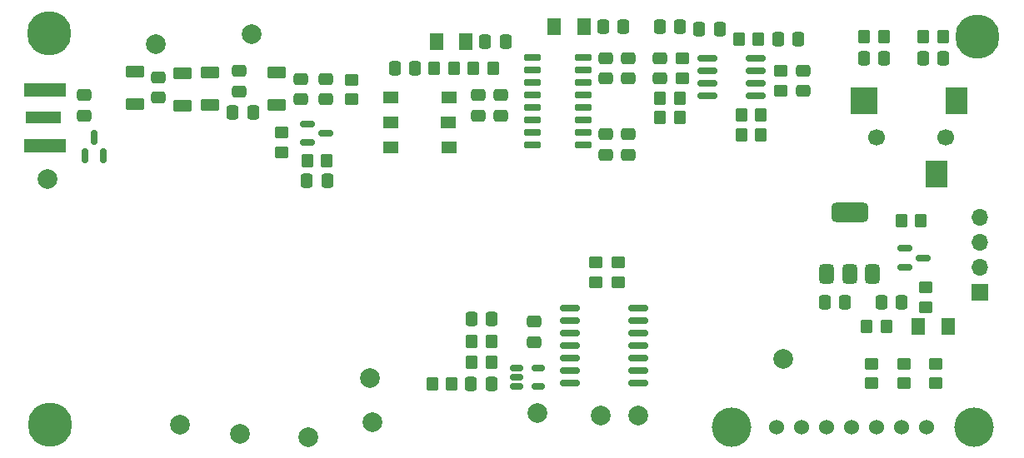
<source format=gts>
%TF.GenerationSoftware,KiCad,Pcbnew,8.0.1*%
%TF.CreationDate,2024-04-06T07:23:05-07:00*%
%TF.ProjectId,kiss_sdr_r2,6b697373-5f73-4647-925f-72322e6b6963,rev?*%
%TF.SameCoordinates,Original*%
%TF.FileFunction,Soldermask,Top*%
%TF.FilePolarity,Negative*%
%FSLAX46Y46*%
G04 Gerber Fmt 4.6, Leading zero omitted, Abs format (unit mm)*
G04 Created by KiCad (PCBNEW 8.0.1) date 2024-04-06 07:23:05*
%MOMM*%
%LPD*%
G01*
G04 APERTURE LIST*
G04 Aperture macros list*
%AMRoundRect*
0 Rectangle with rounded corners*
0 $1 Rounding radius*
0 $2 $3 $4 $5 $6 $7 $8 $9 X,Y pos of 4 corners*
0 Add a 4 corners polygon primitive as box body*
4,1,4,$2,$3,$4,$5,$6,$7,$8,$9,$2,$3,0*
0 Add four circle primitives for the rounded corners*
1,1,$1+$1,$2,$3*
1,1,$1+$1,$4,$5*
1,1,$1+$1,$6,$7*
1,1,$1+$1,$8,$9*
0 Add four rect primitives between the rounded corners*
20,1,$1+$1,$2,$3,$4,$5,0*
20,1,$1+$1,$4,$5,$6,$7,0*
20,1,$1+$1,$6,$7,$8,$9,0*
20,1,$1+$1,$8,$9,$2,$3,0*%
G04 Aperture macros list end*
%ADD10RoundRect,0.250000X-0.350000X-0.450000X0.350000X-0.450000X0.350000X0.450000X-0.350000X0.450000X0*%
%ADD11R,3.600000X1.270000*%
%ADD12R,4.200000X1.350000*%
%ADD13RoundRect,0.150000X-0.512500X-0.150000X0.512500X-0.150000X0.512500X0.150000X-0.512500X0.150000X0*%
%ADD14RoundRect,0.150000X-0.825000X-0.150000X0.825000X-0.150000X0.825000X0.150000X-0.825000X0.150000X0*%
%ADD15C,2.000000*%
%ADD16RoundRect,0.250000X-0.450000X0.350000X-0.450000X-0.350000X0.450000X-0.350000X0.450000X0.350000X0*%
%ADD17RoundRect,0.250000X0.475000X-0.337500X0.475000X0.337500X-0.475000X0.337500X-0.475000X-0.337500X0*%
%ADD18C,1.524000*%
%ADD19C,4.000000*%
%ADD20R,1.700000X1.700000*%
%ADD21O,1.700000X1.700000*%
%ADD22RoundRect,0.375000X0.375000X-0.625000X0.375000X0.625000X-0.375000X0.625000X-0.375000X-0.625000X0*%
%ADD23RoundRect,0.500000X1.400000X-0.500000X1.400000X0.500000X-1.400000X0.500000X-1.400000X-0.500000X0*%
%ADD24RoundRect,0.250000X0.350000X0.450000X-0.350000X0.450000X-0.350000X-0.450000X0.350000X-0.450000X0*%
%ADD25RoundRect,0.150000X-0.837500X-0.150000X0.837500X-0.150000X0.837500X0.150000X-0.837500X0.150000X0*%
%ADD26RoundRect,0.250000X-0.337500X-0.475000X0.337500X-0.475000X0.337500X0.475000X-0.337500X0.475000X0*%
%ADD27C,4.500000*%
%ADD28R,1.520000X1.270000*%
%ADD29RoundRect,0.250000X-0.475000X0.337500X-0.475000X-0.337500X0.475000X-0.337500X0.475000X0.337500X0*%
%ADD30RoundRect,0.250000X0.450000X-0.350000X0.450000X0.350000X-0.450000X0.350000X-0.450000X-0.350000X0*%
%ADD31RoundRect,0.250000X0.337500X0.475000X-0.337500X0.475000X-0.337500X-0.475000X0.337500X-0.475000X0*%
%ADD32RoundRect,0.250000X-0.700000X0.362500X-0.700000X-0.362500X0.700000X-0.362500X0.700000X0.362500X0*%
%ADD33RoundRect,0.150000X0.150000X-0.587500X0.150000X0.587500X-0.150000X0.587500X-0.150000X-0.587500X0*%
%ADD34RoundRect,0.150000X-0.725000X-0.150000X0.725000X-0.150000X0.725000X0.150000X-0.725000X0.150000X0*%
%ADD35RoundRect,0.250000X0.700000X-0.362500X0.700000X0.362500X-0.700000X0.362500X-0.700000X-0.362500X0*%
%ADD36RoundRect,0.250001X-0.462499X-0.624999X0.462499X-0.624999X0.462499X0.624999X-0.462499X0.624999X0*%
%ADD37C,1.700000*%
%ADD38R,2.200000X2.800000*%
%ADD39R,2.800000X2.800000*%
%ADD40RoundRect,0.250001X0.462499X0.624999X-0.462499X0.624999X-0.462499X-0.624999X0.462499X-0.624999X0*%
%ADD41RoundRect,0.150000X-0.587500X-0.150000X0.587500X-0.150000X0.587500X0.150000X-0.587500X0.150000X0*%
G04 APERTURE END LIST*
D10*
%TO.C,R18*%
X146776800Y-87825000D03*
X148776800Y-87825000D03*
%TD*%
D11*
%TO.C,J2*%
X84076800Y-87825000D03*
D12*
X84276800Y-85000000D03*
X84276800Y-90650000D03*
%TD*%
D13*
%TO.C,U2*%
X132151800Y-113250000D03*
X132151800Y-114200000D03*
X132151800Y-115150000D03*
X134426800Y-115150000D03*
X134426800Y-113250000D03*
%TD*%
D14*
%TO.C,U4*%
X151576800Y-81765000D03*
X151576800Y-83035000D03*
X151576800Y-84305000D03*
X151576800Y-85575000D03*
X156526800Y-85575000D03*
X156526800Y-84305000D03*
X156526800Y-83035000D03*
X156526800Y-81765000D03*
%TD*%
D15*
%TO.C,sig4*%
X117526800Y-118825000D03*
%TD*%
%TO.C,CLK1*%
X134276800Y-117825000D03*
%TD*%
D16*
%TO.C,R2*%
X173776800Y-105075000D03*
X173776800Y-107075000D03*
%TD*%
D10*
%TO.C,R5*%
X127646700Y-112666300D03*
X129646700Y-112666300D03*
%TD*%
D17*
%TO.C,C16*%
X128326800Y-87612500D03*
X128326800Y-85537500D03*
%TD*%
D15*
%TO.C,sig2*%
X95526800Y-80325000D03*
%TD*%
D10*
%TO.C,R25*%
X167526800Y-79575000D03*
X169526800Y-79575000D03*
%TD*%
D18*
%TO.C,U6*%
X173856800Y-119325000D03*
X171316800Y-119325000D03*
X168776800Y-119325000D03*
X166236800Y-119325000D03*
X163696800Y-119325000D03*
X161156800Y-119325000D03*
X158616800Y-119325000D03*
D19*
X178682800Y-119325000D03*
X154044800Y-119325000D03*
%TD*%
D17*
%TO.C,C18*%
X130576800Y-87612500D03*
X130576800Y-85537500D03*
%TD*%
%TO.C,C14*%
X134000500Y-110652800D03*
X134000500Y-108577800D03*
%TD*%
D10*
%TO.C,R1*%
X123602800Y-114916300D03*
X125602800Y-114916300D03*
%TD*%
D20*
%TO.C,J1*%
X179276800Y-105575000D03*
D21*
X179276800Y-103035000D03*
X179276800Y-100495000D03*
X179276800Y-97955000D03*
%TD*%
D10*
%TO.C,R12*%
X154776800Y-79825000D03*
X156776800Y-79825000D03*
%TD*%
D17*
%TO.C,C23*%
X141276800Y-91612500D03*
X141276800Y-89537500D03*
%TD*%
D15*
%TO.C,sig3*%
X117276800Y-114325000D03*
%TD*%
D22*
%TO.C,U1*%
X163726800Y-103725000D03*
X166026800Y-103725000D03*
D23*
X166026800Y-97425000D03*
D22*
X168326800Y-103725000D03*
%TD*%
D24*
%TO.C,R14*%
X129826800Y-82825000D03*
X127826800Y-82825000D03*
%TD*%
D25*
%TO.C,U3*%
X137636200Y-107182700D03*
X137636200Y-108452700D03*
X137636200Y-109722700D03*
X137636200Y-110992700D03*
X137636200Y-112262700D03*
X137636200Y-113532700D03*
X137636200Y-114802700D03*
X144561200Y-114802700D03*
X144561200Y-113532700D03*
X144561200Y-112262700D03*
X144561200Y-110992700D03*
X144561200Y-109722700D03*
X144561200Y-108452700D03*
X144561200Y-107182700D03*
%TD*%
D10*
%TO.C,R20*%
X155026800Y-87575000D03*
X157026800Y-87575000D03*
%TD*%
D15*
%TO.C,GND2*%
X111026800Y-120325000D03*
%TD*%
D10*
%TO.C,R21*%
X155026800Y-89575000D03*
X157026800Y-89575000D03*
%TD*%
D26*
%TO.C,C11*%
X158739300Y-79825000D03*
X160814300Y-79825000D03*
%TD*%
D15*
%TO.C,GND3*%
X98026800Y-119075000D03*
%TD*%
D27*
%TO.C,H2*%
X84672400Y-79221200D03*
%TD*%
D24*
%TO.C,R13*%
X125826800Y-82825000D03*
X123826800Y-82825000D03*
%TD*%
D15*
%TO.C,+5V1*%
X159276800Y-112325000D03*
%TD*%
%TO.C,Q_CLK1*%
X144586600Y-118075000D03*
%TD*%
D10*
%TO.C,R4*%
X127646700Y-110549800D03*
X129646700Y-110549800D03*
%TD*%
D28*
%TO.C,TR1*%
X119376800Y-85785000D03*
X119376800Y-88325000D03*
X119376800Y-90865000D03*
X125311800Y-90865000D03*
X125276800Y-88325000D03*
X125311800Y-85785000D03*
%TD*%
D10*
%TO.C,R3*%
X171276800Y-98325000D03*
X173276800Y-98325000D03*
%TD*%
D29*
%TO.C,C4*%
X95776800Y-83737500D03*
X95776800Y-85812500D03*
%TD*%
D30*
%TO.C,R23*%
X149026800Y-83825000D03*
X149026800Y-81825000D03*
%TD*%
D27*
%TO.C,H3*%
X179026800Y-79575000D03*
%TD*%
D30*
%TO.C,R22*%
X159026800Y-85075000D03*
X159026800Y-83075000D03*
%TD*%
D29*
%TO.C,C21*%
X141276800Y-81787500D03*
X141276800Y-83862500D03*
%TD*%
D17*
%TO.C,C25*%
X161276800Y-85112500D03*
X161276800Y-83037500D03*
%TD*%
D26*
%TO.C,C1*%
X127565300Y-114916300D03*
X129640300Y-114916300D03*
%TD*%
D24*
%TO.C,R6*%
X169776800Y-109075000D03*
X167776800Y-109075000D03*
%TD*%
D31*
%TO.C,C17*%
X148814300Y-78575000D03*
X146739300Y-78575000D03*
%TD*%
D32*
%TO.C,L4*%
X107776800Y-83250000D03*
X107776800Y-86575000D03*
%TD*%
D27*
%TO.C,H4*%
X84776800Y-119075000D03*
%TD*%
D32*
%TO.C,L3*%
X101026800Y-83250000D03*
X101026800Y-86575000D03*
%TD*%
D10*
%TO.C,R19*%
X146776800Y-85825000D03*
X148776800Y-85825000D03*
%TD*%
D31*
%TO.C,C15*%
X152814300Y-78825000D03*
X150739300Y-78825000D03*
%TD*%
D30*
%TO.C,R8*%
X108276800Y-91325000D03*
X108276800Y-89325000D03*
%TD*%
%TO.C,R11*%
X142526800Y-104575000D03*
X142526800Y-102575000D03*
%TD*%
D31*
%TO.C,C12*%
X112964300Y-94212500D03*
X110889300Y-94212500D03*
%TD*%
D17*
%TO.C,C26*%
X146776800Y-83862500D03*
X146776800Y-81787500D03*
%TD*%
D15*
%TO.C,GND1*%
X104062600Y-119939800D03*
%TD*%
D24*
%TO.C,R9*%
X112926800Y-92212500D03*
X110926800Y-92212500D03*
%TD*%
D31*
%TO.C,C5*%
X129684200Y-108299800D03*
X127609200Y-108299800D03*
%TD*%
D33*
%TO.C,D1*%
X88326800Y-91700000D03*
X90226800Y-91700000D03*
X89276800Y-89825000D03*
%TD*%
D16*
%TO.C,R17*%
X168276800Y-112825000D03*
X168276800Y-114825000D03*
%TD*%
D17*
%TO.C,C10*%
X112776800Y-85950000D03*
X112776800Y-83875000D03*
%TD*%
%TO.C,C24*%
X143526800Y-91612500D03*
X143526800Y-89537500D03*
%TD*%
D26*
%TO.C,C3*%
X169239300Y-106575000D03*
X171314300Y-106575000D03*
%TD*%
D34*
%TO.C,U5*%
X133804300Y-81685000D03*
X133804300Y-82955000D03*
X133804300Y-84225000D03*
X133804300Y-85495000D03*
X133804300Y-86765000D03*
X133804300Y-88035000D03*
X133804300Y-89305000D03*
X133804300Y-90575000D03*
X138954300Y-90575000D03*
X138954300Y-89305000D03*
X138954300Y-88035000D03*
X138954300Y-86765000D03*
X138954300Y-85495000D03*
X138954300Y-84225000D03*
X138954300Y-82955000D03*
X138954300Y-81685000D03*
%TD*%
D35*
%TO.C,L1*%
X93376800Y-86437500D03*
X93376800Y-83112500D03*
%TD*%
D36*
%TO.C,FB2*%
X136039300Y-78575000D03*
X139014300Y-78575000D03*
%TD*%
D31*
%TO.C,C7*%
X165564300Y-106575000D03*
X163489300Y-106575000D03*
%TD*%
D10*
%TO.C,R24*%
X173526800Y-79575000D03*
X175526800Y-79575000D03*
%TD*%
D37*
%TO.C,J4*%
X175776800Y-89825000D03*
X168776800Y-89825000D03*
D38*
X174876800Y-93525000D03*
X176876800Y-86125000D03*
D39*
X167476800Y-86125000D03*
%TD*%
D16*
%TO.C,R16*%
X171526800Y-112825000D03*
X171526800Y-114825000D03*
%TD*%
D29*
%TO.C,C2*%
X88276800Y-85537500D03*
X88276800Y-87612500D03*
%TD*%
D15*
%TO.C,sig5*%
X105276800Y-79325000D03*
%TD*%
D40*
%TO.C,FB1*%
X127014300Y-80075000D03*
X124039300Y-80075000D03*
%TD*%
D26*
%TO.C,C27*%
X173489300Y-81825000D03*
X175564300Y-81825000D03*
%TD*%
D30*
%TO.C,R10*%
X140276800Y-104575000D03*
X140276800Y-102575000D03*
%TD*%
D16*
%TO.C,R15*%
X174776800Y-112825000D03*
X174776800Y-114825000D03*
%TD*%
D15*
%TO.C,sig1*%
X84526800Y-94075000D03*
%TD*%
D29*
%TO.C,C22*%
X143526800Y-81787500D03*
X143526800Y-83862500D03*
%TD*%
D31*
%TO.C,C28*%
X169564300Y-81825000D03*
X167489300Y-81825000D03*
%TD*%
D40*
%TO.C,D2*%
X176014300Y-109075000D03*
X173039300Y-109075000D03*
%TD*%
D31*
%TO.C,C20*%
X131064300Y-80075000D03*
X128989300Y-80075000D03*
%TD*%
D26*
%TO.C,C8*%
X103339300Y-87325000D03*
X105414300Y-87325000D03*
%TD*%
D31*
%TO.C,C19*%
X143064300Y-78575000D03*
X140989300Y-78575000D03*
%TD*%
D35*
%TO.C,L2*%
X98276800Y-86650000D03*
X98276800Y-83325000D03*
%TD*%
D16*
%TO.C,R7*%
X115426800Y-83962500D03*
X115426800Y-85962500D03*
%TD*%
D15*
%TO.C,I_CLK1*%
X140776800Y-118075000D03*
%TD*%
D29*
%TO.C,C6*%
X103976800Y-83087500D03*
X103976800Y-85162500D03*
%TD*%
D41*
%TO.C,Q3*%
X171651800Y-101125000D03*
X171651800Y-103025000D03*
X173526800Y-102075000D03*
%TD*%
D17*
%TO.C,C9*%
X110276800Y-85950000D03*
X110276800Y-83875000D03*
%TD*%
D31*
%TO.C,C13*%
X121864300Y-82825000D03*
X119789300Y-82825000D03*
%TD*%
D41*
%TO.C,Q2*%
X110901800Y-88462500D03*
X110901800Y-90362500D03*
X112776800Y-89412500D03*
%TD*%
M02*

</source>
